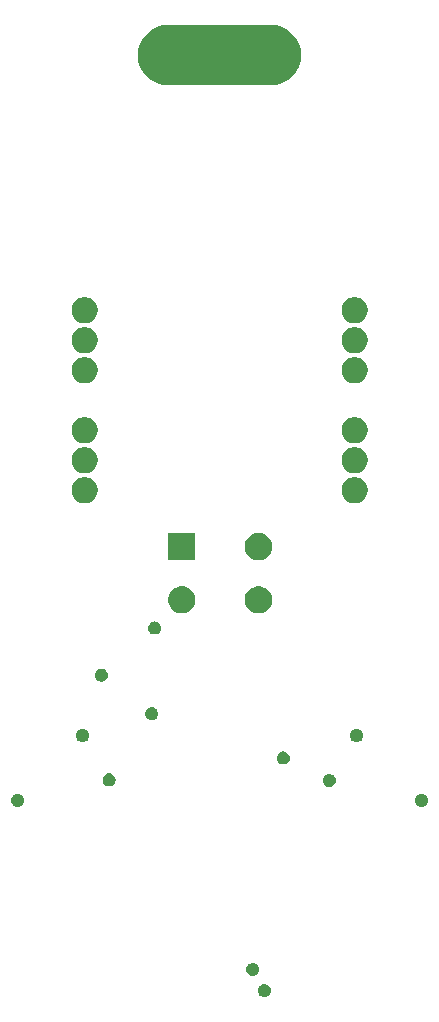
<source format=gbs>
G04 #@! TF.GenerationSoftware,KiCad,Pcbnew,(5.1.2)-2*
G04 #@! TF.CreationDate,2022-02-14T19:05:23-05:00*
G04 #@! TF.ProjectId,FWA_2022_Compass_Badge_LWL-003-E10,4657415f-3230-4323-925f-436f6d706173,B*
G04 #@! TF.SameCoordinates,Original*
G04 #@! TF.FileFunction,Soldermask,Bot*
G04 #@! TF.FilePolarity,Negative*
%FSLAX46Y46*%
G04 Gerber Fmt 4.6, Leading zero omitted, Abs format (unit mm)*
G04 Created by KiCad (PCBNEW (5.1.2)-2) date 2022-02-14 19:05:23*
%MOMM*%
%LPD*%
G04 APERTURE LIST*
%ADD10C,0.100000*%
G04 APERTURE END LIST*
D10*
G36*
X93960662Y-125670367D02*
G01*
X94060902Y-125711887D01*
X94151114Y-125772166D01*
X94227834Y-125848886D01*
X94288113Y-125939098D01*
X94329633Y-126039338D01*
X94350800Y-126145751D01*
X94350800Y-126254249D01*
X94329633Y-126360662D01*
X94288113Y-126460902D01*
X94227834Y-126551114D01*
X94151114Y-126627834D01*
X94060902Y-126688113D01*
X93960662Y-126729633D01*
X93854249Y-126750800D01*
X93745751Y-126750800D01*
X93639338Y-126729633D01*
X93539098Y-126688113D01*
X93448886Y-126627834D01*
X93372166Y-126551114D01*
X93311887Y-126460902D01*
X93270367Y-126360662D01*
X93249200Y-126254249D01*
X93249200Y-126145751D01*
X93270367Y-126039338D01*
X93311887Y-125939098D01*
X93372166Y-125848886D01*
X93448886Y-125772166D01*
X93539098Y-125711887D01*
X93639338Y-125670367D01*
X93745751Y-125649200D01*
X93854249Y-125649200D01*
X93960662Y-125670367D01*
X93960662Y-125670367D01*
G37*
G36*
X92960662Y-123870367D02*
G01*
X93060902Y-123911887D01*
X93151114Y-123972166D01*
X93227834Y-124048886D01*
X93288113Y-124139098D01*
X93329633Y-124239338D01*
X93350800Y-124345751D01*
X93350800Y-124454249D01*
X93329633Y-124560662D01*
X93288113Y-124660902D01*
X93227834Y-124751114D01*
X93151114Y-124827834D01*
X93060902Y-124888113D01*
X92960662Y-124929633D01*
X92854249Y-124950800D01*
X92745751Y-124950800D01*
X92639338Y-124929633D01*
X92539098Y-124888113D01*
X92448886Y-124827834D01*
X92372166Y-124751114D01*
X92311887Y-124660902D01*
X92270367Y-124560662D01*
X92249200Y-124454249D01*
X92249200Y-124345751D01*
X92270367Y-124239338D01*
X92311887Y-124139098D01*
X92372166Y-124048886D01*
X92448886Y-123972166D01*
X92539098Y-123911887D01*
X92639338Y-123870367D01*
X92745751Y-123849200D01*
X92854249Y-123849200D01*
X92960662Y-123870367D01*
X92960662Y-123870367D01*
G37*
G36*
X107260662Y-109570367D02*
G01*
X107360902Y-109611887D01*
X107451114Y-109672166D01*
X107527834Y-109748886D01*
X107588113Y-109839098D01*
X107629633Y-109939338D01*
X107650800Y-110045751D01*
X107650800Y-110154249D01*
X107629633Y-110260662D01*
X107588113Y-110360902D01*
X107527834Y-110451114D01*
X107451114Y-110527834D01*
X107360902Y-110588113D01*
X107260662Y-110629633D01*
X107154249Y-110650800D01*
X107045751Y-110650800D01*
X106939338Y-110629633D01*
X106839098Y-110588113D01*
X106748886Y-110527834D01*
X106672166Y-110451114D01*
X106611887Y-110360902D01*
X106570367Y-110260662D01*
X106549200Y-110154249D01*
X106549200Y-110045751D01*
X106570367Y-109939338D01*
X106611887Y-109839098D01*
X106672166Y-109748886D01*
X106748886Y-109672166D01*
X106839098Y-109611887D01*
X106939338Y-109570367D01*
X107045751Y-109549200D01*
X107154249Y-109549200D01*
X107260662Y-109570367D01*
X107260662Y-109570367D01*
G37*
G36*
X73060662Y-109570367D02*
G01*
X73160902Y-109611887D01*
X73251114Y-109672166D01*
X73327834Y-109748886D01*
X73388113Y-109839098D01*
X73429633Y-109939338D01*
X73450800Y-110045751D01*
X73450800Y-110154249D01*
X73429633Y-110260662D01*
X73388113Y-110360902D01*
X73327834Y-110451114D01*
X73251114Y-110527834D01*
X73160902Y-110588113D01*
X73060662Y-110629633D01*
X72954249Y-110650800D01*
X72845751Y-110650800D01*
X72739338Y-110629633D01*
X72639098Y-110588113D01*
X72548886Y-110527834D01*
X72472166Y-110451114D01*
X72411887Y-110360902D01*
X72370367Y-110260662D01*
X72349200Y-110154249D01*
X72349200Y-110045751D01*
X72370367Y-109939338D01*
X72411887Y-109839098D01*
X72472166Y-109748886D01*
X72548886Y-109672166D01*
X72639098Y-109611887D01*
X72739338Y-109570367D01*
X72845751Y-109549200D01*
X72954249Y-109549200D01*
X73060662Y-109570367D01*
X73060662Y-109570367D01*
G37*
G36*
X99460662Y-107870367D02*
G01*
X99560902Y-107911887D01*
X99651114Y-107972166D01*
X99727834Y-108048886D01*
X99788113Y-108139098D01*
X99829633Y-108239338D01*
X99850800Y-108345751D01*
X99850800Y-108454249D01*
X99829633Y-108560662D01*
X99788113Y-108660902D01*
X99727834Y-108751114D01*
X99651114Y-108827834D01*
X99560902Y-108888113D01*
X99460662Y-108929633D01*
X99354249Y-108950800D01*
X99245751Y-108950800D01*
X99139338Y-108929633D01*
X99039098Y-108888113D01*
X98948886Y-108827834D01*
X98872166Y-108751114D01*
X98811887Y-108660902D01*
X98770367Y-108560662D01*
X98749200Y-108454249D01*
X98749200Y-108345751D01*
X98770367Y-108239338D01*
X98811887Y-108139098D01*
X98872166Y-108048886D01*
X98948886Y-107972166D01*
X99039098Y-107911887D01*
X99139338Y-107870367D01*
X99245751Y-107849200D01*
X99354249Y-107849200D01*
X99460662Y-107870367D01*
X99460662Y-107870367D01*
G37*
G36*
X80810662Y-107820367D02*
G01*
X80910902Y-107861887D01*
X81001114Y-107922166D01*
X81077834Y-107998886D01*
X81138113Y-108089098D01*
X81179633Y-108189338D01*
X81200800Y-108295751D01*
X81200800Y-108404249D01*
X81179633Y-108510662D01*
X81138113Y-108610902D01*
X81077834Y-108701114D01*
X81001114Y-108777834D01*
X80910902Y-108838113D01*
X80810662Y-108879633D01*
X80704249Y-108900800D01*
X80595751Y-108900800D01*
X80489338Y-108879633D01*
X80389098Y-108838113D01*
X80298886Y-108777834D01*
X80222166Y-108701114D01*
X80161887Y-108610902D01*
X80120367Y-108510662D01*
X80099200Y-108404249D01*
X80099200Y-108295751D01*
X80120367Y-108189338D01*
X80161887Y-108089098D01*
X80222166Y-107998886D01*
X80298886Y-107922166D01*
X80389098Y-107861887D01*
X80489338Y-107820367D01*
X80595751Y-107799200D01*
X80704249Y-107799200D01*
X80810662Y-107820367D01*
X80810662Y-107820367D01*
G37*
G36*
X95560662Y-105970367D02*
G01*
X95660902Y-106011887D01*
X95751114Y-106072166D01*
X95827834Y-106148886D01*
X95888113Y-106239098D01*
X95929633Y-106339338D01*
X95950800Y-106445751D01*
X95950800Y-106554249D01*
X95929633Y-106660662D01*
X95888113Y-106760902D01*
X95827834Y-106851114D01*
X95751114Y-106927834D01*
X95660902Y-106988113D01*
X95560662Y-107029633D01*
X95454249Y-107050800D01*
X95345751Y-107050800D01*
X95239338Y-107029633D01*
X95139098Y-106988113D01*
X95048886Y-106927834D01*
X94972166Y-106851114D01*
X94911887Y-106760902D01*
X94870367Y-106660662D01*
X94849200Y-106554249D01*
X94849200Y-106445751D01*
X94870367Y-106339338D01*
X94911887Y-106239098D01*
X94972166Y-106148886D01*
X95048886Y-106072166D01*
X95139098Y-106011887D01*
X95239338Y-105970367D01*
X95345751Y-105949200D01*
X95454249Y-105949200D01*
X95560662Y-105970367D01*
X95560662Y-105970367D01*
G37*
G36*
X101760662Y-104070367D02*
G01*
X101860902Y-104111887D01*
X101951114Y-104172166D01*
X102027834Y-104248886D01*
X102088113Y-104339098D01*
X102129633Y-104439338D01*
X102150800Y-104545751D01*
X102150800Y-104654249D01*
X102129633Y-104760662D01*
X102088113Y-104860902D01*
X102027834Y-104951114D01*
X101951114Y-105027834D01*
X101860902Y-105088113D01*
X101760662Y-105129633D01*
X101654249Y-105150800D01*
X101545751Y-105150800D01*
X101439338Y-105129633D01*
X101339098Y-105088113D01*
X101248886Y-105027834D01*
X101172166Y-104951114D01*
X101111887Y-104860902D01*
X101070367Y-104760662D01*
X101049200Y-104654249D01*
X101049200Y-104545751D01*
X101070367Y-104439338D01*
X101111887Y-104339098D01*
X101172166Y-104248886D01*
X101248886Y-104172166D01*
X101339098Y-104111887D01*
X101439338Y-104070367D01*
X101545751Y-104049200D01*
X101654249Y-104049200D01*
X101760662Y-104070367D01*
X101760662Y-104070367D01*
G37*
G36*
X78560662Y-104070367D02*
G01*
X78660902Y-104111887D01*
X78751114Y-104172166D01*
X78827834Y-104248886D01*
X78888113Y-104339098D01*
X78929633Y-104439338D01*
X78950800Y-104545751D01*
X78950800Y-104654249D01*
X78929633Y-104760662D01*
X78888113Y-104860902D01*
X78827834Y-104951114D01*
X78751114Y-105027834D01*
X78660902Y-105088113D01*
X78560662Y-105129633D01*
X78454249Y-105150800D01*
X78345751Y-105150800D01*
X78239338Y-105129633D01*
X78139098Y-105088113D01*
X78048886Y-105027834D01*
X77972166Y-104951114D01*
X77911887Y-104860902D01*
X77870367Y-104760662D01*
X77849200Y-104654249D01*
X77849200Y-104545751D01*
X77870367Y-104439338D01*
X77911887Y-104339098D01*
X77972166Y-104248886D01*
X78048886Y-104172166D01*
X78139098Y-104111887D01*
X78239338Y-104070367D01*
X78345751Y-104049200D01*
X78454249Y-104049200D01*
X78560662Y-104070367D01*
X78560662Y-104070367D01*
G37*
G36*
X84410662Y-102220367D02*
G01*
X84510902Y-102261887D01*
X84601114Y-102322166D01*
X84677834Y-102398886D01*
X84738113Y-102489098D01*
X84779633Y-102589338D01*
X84800800Y-102695751D01*
X84800800Y-102804249D01*
X84779633Y-102910662D01*
X84738113Y-103010902D01*
X84677834Y-103101114D01*
X84601114Y-103177834D01*
X84510902Y-103238113D01*
X84410662Y-103279633D01*
X84304249Y-103300800D01*
X84195751Y-103300800D01*
X84089338Y-103279633D01*
X83989098Y-103238113D01*
X83898886Y-103177834D01*
X83822166Y-103101114D01*
X83761887Y-103010902D01*
X83720367Y-102910662D01*
X83699200Y-102804249D01*
X83699200Y-102695751D01*
X83720367Y-102589338D01*
X83761887Y-102489098D01*
X83822166Y-102398886D01*
X83898886Y-102322166D01*
X83989098Y-102261887D01*
X84089338Y-102220367D01*
X84195751Y-102199200D01*
X84304249Y-102199200D01*
X84410662Y-102220367D01*
X84410662Y-102220367D01*
G37*
G36*
X80160662Y-98970367D02*
G01*
X80260902Y-99011887D01*
X80351114Y-99072166D01*
X80427834Y-99148886D01*
X80488113Y-99239098D01*
X80529633Y-99339338D01*
X80550800Y-99445751D01*
X80550800Y-99554249D01*
X80529633Y-99660662D01*
X80488113Y-99760902D01*
X80427834Y-99851114D01*
X80351114Y-99927834D01*
X80260902Y-99988113D01*
X80160662Y-100029633D01*
X80054249Y-100050800D01*
X79945751Y-100050800D01*
X79839338Y-100029633D01*
X79739098Y-99988113D01*
X79648886Y-99927834D01*
X79572166Y-99851114D01*
X79511887Y-99760902D01*
X79470367Y-99660662D01*
X79449200Y-99554249D01*
X79449200Y-99445751D01*
X79470367Y-99339338D01*
X79511887Y-99239098D01*
X79572166Y-99148886D01*
X79648886Y-99072166D01*
X79739098Y-99011887D01*
X79839338Y-98970367D01*
X79945751Y-98949200D01*
X80054249Y-98949200D01*
X80160662Y-98970367D01*
X80160662Y-98970367D01*
G37*
G36*
X84660662Y-94970367D02*
G01*
X84760902Y-95011887D01*
X84851114Y-95072166D01*
X84927834Y-95148886D01*
X84988113Y-95239098D01*
X85029633Y-95339338D01*
X85050800Y-95445751D01*
X85050800Y-95554249D01*
X85029633Y-95660662D01*
X84988113Y-95760902D01*
X84927834Y-95851114D01*
X84851114Y-95927834D01*
X84760902Y-95988113D01*
X84660662Y-96029633D01*
X84554249Y-96050800D01*
X84445751Y-96050800D01*
X84339338Y-96029633D01*
X84239098Y-95988113D01*
X84148886Y-95927834D01*
X84072166Y-95851114D01*
X84011887Y-95760902D01*
X83970367Y-95660662D01*
X83949200Y-95554249D01*
X83949200Y-95445751D01*
X83970367Y-95339338D01*
X84011887Y-95239098D01*
X84072166Y-95148886D01*
X84148886Y-95072166D01*
X84239098Y-95011887D01*
X84339338Y-94970367D01*
X84445751Y-94949200D01*
X84554249Y-94949200D01*
X84660662Y-94970367D01*
X84660662Y-94970367D01*
G37*
G36*
X86987455Y-91963942D02*
G01*
X87135678Y-91993425D01*
X87345109Y-92080174D01*
X87533593Y-92206115D01*
X87693885Y-92366407D01*
X87819826Y-92554891D01*
X87906575Y-92764322D01*
X87950800Y-92986657D01*
X87950800Y-93213343D01*
X87906575Y-93435678D01*
X87819826Y-93645109D01*
X87693885Y-93833593D01*
X87533593Y-93993885D01*
X87345109Y-94119826D01*
X87135678Y-94206575D01*
X86987455Y-94236058D01*
X86913344Y-94250800D01*
X86686656Y-94250800D01*
X86612545Y-94236058D01*
X86464322Y-94206575D01*
X86254891Y-94119826D01*
X86066407Y-93993885D01*
X85906115Y-93833593D01*
X85780174Y-93645109D01*
X85693425Y-93435678D01*
X85649200Y-93213343D01*
X85649200Y-92986657D01*
X85693425Y-92764322D01*
X85780174Y-92554891D01*
X85906115Y-92366407D01*
X86066407Y-92206115D01*
X86254891Y-92080174D01*
X86464322Y-91993425D01*
X86612545Y-91963942D01*
X86686656Y-91949200D01*
X86913344Y-91949200D01*
X86987455Y-91963942D01*
X86987455Y-91963942D01*
G37*
G36*
X93487455Y-91963942D02*
G01*
X93635678Y-91993425D01*
X93845109Y-92080174D01*
X94033593Y-92206115D01*
X94193885Y-92366407D01*
X94319826Y-92554891D01*
X94406575Y-92764322D01*
X94450800Y-92986657D01*
X94450800Y-93213343D01*
X94406575Y-93435678D01*
X94319826Y-93645109D01*
X94193885Y-93833593D01*
X94033593Y-93993885D01*
X93845109Y-94119826D01*
X93635678Y-94206575D01*
X93487455Y-94236058D01*
X93413344Y-94250800D01*
X93186656Y-94250800D01*
X93112545Y-94236058D01*
X92964322Y-94206575D01*
X92754891Y-94119826D01*
X92566407Y-93993885D01*
X92406115Y-93833593D01*
X92280174Y-93645109D01*
X92193425Y-93435678D01*
X92149200Y-93213343D01*
X92149200Y-92986657D01*
X92193425Y-92764322D01*
X92280174Y-92554891D01*
X92406115Y-92366407D01*
X92566407Y-92206115D01*
X92754891Y-92080174D01*
X92964322Y-91993425D01*
X93112545Y-91963942D01*
X93186656Y-91949200D01*
X93413344Y-91949200D01*
X93487455Y-91963942D01*
X93487455Y-91963942D01*
G37*
G36*
X93487455Y-87463942D02*
G01*
X93635678Y-87493425D01*
X93845109Y-87580174D01*
X94033593Y-87706115D01*
X94193885Y-87866407D01*
X94319826Y-88054891D01*
X94406575Y-88264322D01*
X94450800Y-88486657D01*
X94450800Y-88713343D01*
X94406575Y-88935678D01*
X94319826Y-89145109D01*
X94193885Y-89333593D01*
X94033593Y-89493885D01*
X93845109Y-89619826D01*
X93635678Y-89706575D01*
X93487455Y-89736058D01*
X93413344Y-89750800D01*
X93186656Y-89750800D01*
X93112545Y-89736058D01*
X92964322Y-89706575D01*
X92754891Y-89619826D01*
X92566407Y-89493885D01*
X92406115Y-89333593D01*
X92280174Y-89145109D01*
X92193425Y-88935678D01*
X92149200Y-88713343D01*
X92149200Y-88486657D01*
X92193425Y-88264322D01*
X92280174Y-88054891D01*
X92406115Y-87866407D01*
X92566407Y-87706115D01*
X92754891Y-87580174D01*
X92964322Y-87493425D01*
X93112545Y-87463942D01*
X93186656Y-87449200D01*
X93413344Y-87449200D01*
X93487455Y-87463942D01*
X93487455Y-87463942D01*
G37*
G36*
X87950800Y-89750800D02*
G01*
X85649200Y-89750800D01*
X85649200Y-87449200D01*
X87950800Y-87449200D01*
X87950800Y-89750800D01*
X87950800Y-89750800D01*
G37*
G36*
X101591587Y-82729776D02*
G01*
X101751094Y-82761503D01*
X101951425Y-82844484D01*
X102131720Y-82964952D01*
X102285048Y-83118280D01*
X102405516Y-83298575D01*
X102488497Y-83498906D01*
X102530800Y-83711582D01*
X102530800Y-83928418D01*
X102488497Y-84141094D01*
X102405516Y-84341425D01*
X102285048Y-84521720D01*
X102131720Y-84675048D01*
X101951425Y-84795516D01*
X101751094Y-84878497D01*
X101591587Y-84910224D01*
X101538419Y-84920800D01*
X101321581Y-84920800D01*
X101268413Y-84910224D01*
X101108906Y-84878497D01*
X100908575Y-84795516D01*
X100728280Y-84675048D01*
X100574952Y-84521720D01*
X100454484Y-84341425D01*
X100371503Y-84141094D01*
X100329200Y-83928418D01*
X100329200Y-83711582D01*
X100371503Y-83498906D01*
X100454484Y-83298575D01*
X100574952Y-83118280D01*
X100728280Y-82964952D01*
X100908575Y-82844484D01*
X101108906Y-82761503D01*
X101268413Y-82729776D01*
X101321581Y-82719200D01*
X101538419Y-82719200D01*
X101591587Y-82729776D01*
X101591587Y-82729776D01*
G37*
G36*
X78731587Y-82729776D02*
G01*
X78891094Y-82761503D01*
X79091425Y-82844484D01*
X79271720Y-82964952D01*
X79425048Y-83118280D01*
X79545516Y-83298575D01*
X79628497Y-83498906D01*
X79670800Y-83711582D01*
X79670800Y-83928418D01*
X79628497Y-84141094D01*
X79545516Y-84341425D01*
X79425048Y-84521720D01*
X79271720Y-84675048D01*
X79091425Y-84795516D01*
X78891094Y-84878497D01*
X78731587Y-84910224D01*
X78678419Y-84920800D01*
X78461581Y-84920800D01*
X78408413Y-84910224D01*
X78248906Y-84878497D01*
X78048575Y-84795516D01*
X77868280Y-84675048D01*
X77714952Y-84521720D01*
X77594484Y-84341425D01*
X77511503Y-84141094D01*
X77469200Y-83928418D01*
X77469200Y-83711582D01*
X77511503Y-83498906D01*
X77594484Y-83298575D01*
X77714952Y-83118280D01*
X77868280Y-82964952D01*
X78048575Y-82844484D01*
X78248906Y-82761503D01*
X78408413Y-82729776D01*
X78461581Y-82719200D01*
X78678419Y-82719200D01*
X78731587Y-82729776D01*
X78731587Y-82729776D01*
G37*
G36*
X78731587Y-80189776D02*
G01*
X78891094Y-80221503D01*
X79091425Y-80304484D01*
X79271720Y-80424952D01*
X79425048Y-80578280D01*
X79545516Y-80758575D01*
X79628497Y-80958906D01*
X79670800Y-81171582D01*
X79670800Y-81388418D01*
X79628497Y-81601094D01*
X79545516Y-81801425D01*
X79425048Y-81981720D01*
X79271720Y-82135048D01*
X79091425Y-82255516D01*
X78891094Y-82338497D01*
X78731587Y-82370224D01*
X78678419Y-82380800D01*
X78461581Y-82380800D01*
X78408413Y-82370224D01*
X78248906Y-82338497D01*
X78048575Y-82255516D01*
X77868280Y-82135048D01*
X77714952Y-81981720D01*
X77594484Y-81801425D01*
X77511503Y-81601094D01*
X77469200Y-81388418D01*
X77469200Y-81171582D01*
X77511503Y-80958906D01*
X77594484Y-80758575D01*
X77714952Y-80578280D01*
X77868280Y-80424952D01*
X78048575Y-80304484D01*
X78248906Y-80221503D01*
X78408413Y-80189776D01*
X78461581Y-80179200D01*
X78678419Y-80179200D01*
X78731587Y-80189776D01*
X78731587Y-80189776D01*
G37*
G36*
X101591587Y-80189776D02*
G01*
X101751094Y-80221503D01*
X101951425Y-80304484D01*
X102131720Y-80424952D01*
X102285048Y-80578280D01*
X102405516Y-80758575D01*
X102488497Y-80958906D01*
X102530800Y-81171582D01*
X102530800Y-81388418D01*
X102488497Y-81601094D01*
X102405516Y-81801425D01*
X102285048Y-81981720D01*
X102131720Y-82135048D01*
X101951425Y-82255516D01*
X101751094Y-82338497D01*
X101591587Y-82370224D01*
X101538419Y-82380800D01*
X101321581Y-82380800D01*
X101268413Y-82370224D01*
X101108906Y-82338497D01*
X100908575Y-82255516D01*
X100728280Y-82135048D01*
X100574952Y-81981720D01*
X100454484Y-81801425D01*
X100371503Y-81601094D01*
X100329200Y-81388418D01*
X100329200Y-81171582D01*
X100371503Y-80958906D01*
X100454484Y-80758575D01*
X100574952Y-80578280D01*
X100728280Y-80424952D01*
X100908575Y-80304484D01*
X101108906Y-80221503D01*
X101268413Y-80189776D01*
X101321581Y-80179200D01*
X101538419Y-80179200D01*
X101591587Y-80189776D01*
X101591587Y-80189776D01*
G37*
G36*
X101591587Y-77649776D02*
G01*
X101751094Y-77681503D01*
X101951425Y-77764484D01*
X102131720Y-77884952D01*
X102285048Y-78038280D01*
X102405516Y-78218575D01*
X102488497Y-78418906D01*
X102530800Y-78631582D01*
X102530800Y-78848418D01*
X102488497Y-79061094D01*
X102405516Y-79261425D01*
X102285048Y-79441720D01*
X102131720Y-79595048D01*
X101951425Y-79715516D01*
X101751094Y-79798497D01*
X101591587Y-79830224D01*
X101538419Y-79840800D01*
X101321581Y-79840800D01*
X101268413Y-79830224D01*
X101108906Y-79798497D01*
X100908575Y-79715516D01*
X100728280Y-79595048D01*
X100574952Y-79441720D01*
X100454484Y-79261425D01*
X100371503Y-79061094D01*
X100329200Y-78848418D01*
X100329200Y-78631582D01*
X100371503Y-78418906D01*
X100454484Y-78218575D01*
X100574952Y-78038280D01*
X100728280Y-77884952D01*
X100908575Y-77764484D01*
X101108906Y-77681503D01*
X101268413Y-77649776D01*
X101321581Y-77639200D01*
X101538419Y-77639200D01*
X101591587Y-77649776D01*
X101591587Y-77649776D01*
G37*
G36*
X78731587Y-77649776D02*
G01*
X78891094Y-77681503D01*
X79091425Y-77764484D01*
X79271720Y-77884952D01*
X79425048Y-78038280D01*
X79545516Y-78218575D01*
X79628497Y-78418906D01*
X79670800Y-78631582D01*
X79670800Y-78848418D01*
X79628497Y-79061094D01*
X79545516Y-79261425D01*
X79425048Y-79441720D01*
X79271720Y-79595048D01*
X79091425Y-79715516D01*
X78891094Y-79798497D01*
X78731587Y-79830224D01*
X78678419Y-79840800D01*
X78461581Y-79840800D01*
X78408413Y-79830224D01*
X78248906Y-79798497D01*
X78048575Y-79715516D01*
X77868280Y-79595048D01*
X77714952Y-79441720D01*
X77594484Y-79261425D01*
X77511503Y-79061094D01*
X77469200Y-78848418D01*
X77469200Y-78631582D01*
X77511503Y-78418906D01*
X77594484Y-78218575D01*
X77714952Y-78038280D01*
X77868280Y-77884952D01*
X78048575Y-77764484D01*
X78248906Y-77681503D01*
X78408413Y-77649776D01*
X78461581Y-77639200D01*
X78678419Y-77639200D01*
X78731587Y-77649776D01*
X78731587Y-77649776D01*
G37*
G36*
X101591587Y-72569776D02*
G01*
X101751094Y-72601503D01*
X101951425Y-72684484D01*
X102131720Y-72804952D01*
X102285048Y-72958280D01*
X102405516Y-73138575D01*
X102488497Y-73338906D01*
X102530800Y-73551582D01*
X102530800Y-73768418D01*
X102488497Y-73981094D01*
X102405516Y-74181425D01*
X102285048Y-74361720D01*
X102131720Y-74515048D01*
X101951425Y-74635516D01*
X101751094Y-74718497D01*
X101591587Y-74750224D01*
X101538419Y-74760800D01*
X101321581Y-74760800D01*
X101268413Y-74750224D01*
X101108906Y-74718497D01*
X100908575Y-74635516D01*
X100728280Y-74515048D01*
X100574952Y-74361720D01*
X100454484Y-74181425D01*
X100371503Y-73981094D01*
X100329200Y-73768418D01*
X100329200Y-73551582D01*
X100371503Y-73338906D01*
X100454484Y-73138575D01*
X100574952Y-72958280D01*
X100728280Y-72804952D01*
X100908575Y-72684484D01*
X101108906Y-72601503D01*
X101268413Y-72569776D01*
X101321581Y-72559200D01*
X101538419Y-72559200D01*
X101591587Y-72569776D01*
X101591587Y-72569776D01*
G37*
G36*
X78731587Y-72569776D02*
G01*
X78891094Y-72601503D01*
X79091425Y-72684484D01*
X79271720Y-72804952D01*
X79425048Y-72958280D01*
X79545516Y-73138575D01*
X79628497Y-73338906D01*
X79670800Y-73551582D01*
X79670800Y-73768418D01*
X79628497Y-73981094D01*
X79545516Y-74181425D01*
X79425048Y-74361720D01*
X79271720Y-74515048D01*
X79091425Y-74635516D01*
X78891094Y-74718497D01*
X78731587Y-74750224D01*
X78678419Y-74760800D01*
X78461581Y-74760800D01*
X78408413Y-74750224D01*
X78248906Y-74718497D01*
X78048575Y-74635516D01*
X77868280Y-74515048D01*
X77714952Y-74361720D01*
X77594484Y-74181425D01*
X77511503Y-73981094D01*
X77469200Y-73768418D01*
X77469200Y-73551582D01*
X77511503Y-73338906D01*
X77594484Y-73138575D01*
X77714952Y-72958280D01*
X77868280Y-72804952D01*
X78048575Y-72684484D01*
X78248906Y-72601503D01*
X78408413Y-72569776D01*
X78461581Y-72559200D01*
X78678419Y-72559200D01*
X78731587Y-72569776D01*
X78731587Y-72569776D01*
G37*
G36*
X101591587Y-70029776D02*
G01*
X101751094Y-70061503D01*
X101951425Y-70144484D01*
X102131720Y-70264952D01*
X102285048Y-70418280D01*
X102405516Y-70598575D01*
X102488497Y-70798906D01*
X102530800Y-71011582D01*
X102530800Y-71228418D01*
X102488497Y-71441094D01*
X102405516Y-71641425D01*
X102285048Y-71821720D01*
X102131720Y-71975048D01*
X101951425Y-72095516D01*
X101751094Y-72178497D01*
X101591587Y-72210224D01*
X101538419Y-72220800D01*
X101321581Y-72220800D01*
X101268413Y-72210224D01*
X101108906Y-72178497D01*
X100908575Y-72095516D01*
X100728280Y-71975048D01*
X100574952Y-71821720D01*
X100454484Y-71641425D01*
X100371503Y-71441094D01*
X100329200Y-71228418D01*
X100329200Y-71011582D01*
X100371503Y-70798906D01*
X100454484Y-70598575D01*
X100574952Y-70418280D01*
X100728280Y-70264952D01*
X100908575Y-70144484D01*
X101108906Y-70061503D01*
X101268413Y-70029776D01*
X101321581Y-70019200D01*
X101538419Y-70019200D01*
X101591587Y-70029776D01*
X101591587Y-70029776D01*
G37*
G36*
X78731587Y-70029776D02*
G01*
X78891094Y-70061503D01*
X79091425Y-70144484D01*
X79271720Y-70264952D01*
X79425048Y-70418280D01*
X79545516Y-70598575D01*
X79628497Y-70798906D01*
X79670800Y-71011582D01*
X79670800Y-71228418D01*
X79628497Y-71441094D01*
X79545516Y-71641425D01*
X79425048Y-71821720D01*
X79271720Y-71975048D01*
X79091425Y-72095516D01*
X78891094Y-72178497D01*
X78731587Y-72210224D01*
X78678419Y-72220800D01*
X78461581Y-72220800D01*
X78408413Y-72210224D01*
X78248906Y-72178497D01*
X78048575Y-72095516D01*
X77868280Y-71975048D01*
X77714952Y-71821720D01*
X77594484Y-71641425D01*
X77511503Y-71441094D01*
X77469200Y-71228418D01*
X77469200Y-71011582D01*
X77511503Y-70798906D01*
X77594484Y-70598575D01*
X77714952Y-70418280D01*
X77868280Y-70264952D01*
X78048575Y-70144484D01*
X78248906Y-70061503D01*
X78408413Y-70029776D01*
X78461581Y-70019200D01*
X78678419Y-70019200D01*
X78731587Y-70029776D01*
X78731587Y-70029776D01*
G37*
G36*
X78731587Y-67489776D02*
G01*
X78891094Y-67521503D01*
X79091425Y-67604484D01*
X79271720Y-67724952D01*
X79425048Y-67878280D01*
X79545516Y-68058575D01*
X79628497Y-68258906D01*
X79670800Y-68471582D01*
X79670800Y-68688418D01*
X79628497Y-68901094D01*
X79545516Y-69101425D01*
X79425048Y-69281720D01*
X79271720Y-69435048D01*
X79091425Y-69555516D01*
X78891094Y-69638497D01*
X78731587Y-69670224D01*
X78678419Y-69680800D01*
X78461581Y-69680800D01*
X78408413Y-69670224D01*
X78248906Y-69638497D01*
X78048575Y-69555516D01*
X77868280Y-69435048D01*
X77714952Y-69281720D01*
X77594484Y-69101425D01*
X77511503Y-68901094D01*
X77469200Y-68688418D01*
X77469200Y-68471582D01*
X77511503Y-68258906D01*
X77594484Y-68058575D01*
X77714952Y-67878280D01*
X77868280Y-67724952D01*
X78048575Y-67604484D01*
X78248906Y-67521503D01*
X78408413Y-67489776D01*
X78461581Y-67479200D01*
X78678419Y-67479200D01*
X78731587Y-67489776D01*
X78731587Y-67489776D01*
G37*
G36*
X101591587Y-67489776D02*
G01*
X101751094Y-67521503D01*
X101951425Y-67604484D01*
X102131720Y-67724952D01*
X102285048Y-67878280D01*
X102405516Y-68058575D01*
X102488497Y-68258906D01*
X102530800Y-68471582D01*
X102530800Y-68688418D01*
X102488497Y-68901094D01*
X102405516Y-69101425D01*
X102285048Y-69281720D01*
X102131720Y-69435048D01*
X101951425Y-69555516D01*
X101751094Y-69638497D01*
X101591587Y-69670224D01*
X101538419Y-69680800D01*
X101321581Y-69680800D01*
X101268413Y-69670224D01*
X101108906Y-69638497D01*
X100908575Y-69555516D01*
X100728280Y-69435048D01*
X100574952Y-69281720D01*
X100454484Y-69101425D01*
X100371503Y-68901094D01*
X100329200Y-68688418D01*
X100329200Y-68471582D01*
X100371503Y-68258906D01*
X100454484Y-68058575D01*
X100574952Y-67878280D01*
X100728280Y-67724952D01*
X100908575Y-67604484D01*
X101108906Y-67521503D01*
X101268413Y-67489776D01*
X101321581Y-67479200D01*
X101538419Y-67479200D01*
X101591587Y-67489776D01*
X101591587Y-67489776D01*
G37*
G36*
X94850044Y-44486108D02*
G01*
X95330872Y-44631966D01*
X95774005Y-44868825D01*
X96162415Y-45187585D01*
X96481175Y-45575995D01*
X96718034Y-46019128D01*
X96863892Y-46499956D01*
X96913142Y-47000000D01*
X96863892Y-47500044D01*
X96718034Y-47980872D01*
X96481175Y-48424005D01*
X96162415Y-48812415D01*
X95774005Y-49131175D01*
X95330872Y-49368034D01*
X94850044Y-49513892D01*
X94475311Y-49550800D01*
X85524689Y-49550800D01*
X85149956Y-49513892D01*
X84669128Y-49368034D01*
X84225995Y-49131175D01*
X83837585Y-48812415D01*
X83518825Y-48424005D01*
X83281966Y-47980872D01*
X83136108Y-47500044D01*
X83086858Y-47000000D01*
X83136108Y-46499956D01*
X83281966Y-46019128D01*
X83518825Y-45575995D01*
X83837585Y-45187585D01*
X84225995Y-44868825D01*
X84669128Y-44631966D01*
X85149956Y-44486108D01*
X85524689Y-44449200D01*
X94475311Y-44449200D01*
X94850044Y-44486108D01*
X94850044Y-44486108D01*
G37*
M02*

</source>
